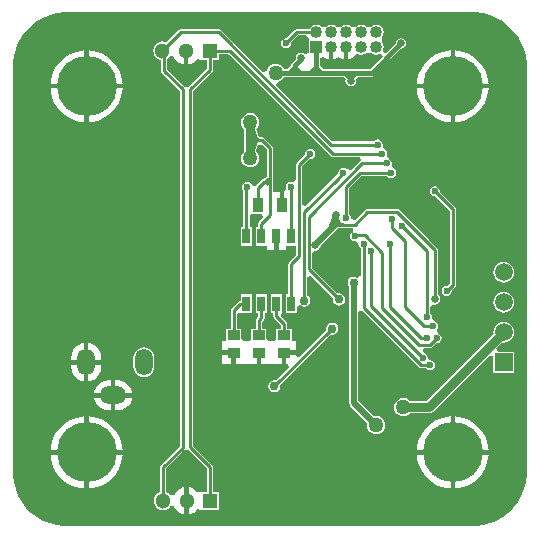
<source format=gbl>
G04*
G04 #@! TF.GenerationSoftware,Altium Limited,Altium Designer,21.1.1 (26)*
G04*
G04 Layer_Physical_Order=2*
G04 Layer_Color=16711680*
%FSLAX25Y25*%
%MOIN*%
G70*
G04*
G04 #@! TF.SameCoordinates,B944FD0A-875C-4FF3-B887-5F38681DF828*
G04*
G04*
G04 #@! TF.FilePolarity,Positive*
G04*
G01*
G75*
%ADD13C,0.02000*%
%ADD23R,0.03765X0.04749*%
%ADD69C,0.04000*%
%ADD70R,0.04000X0.04000*%
%ADD71C,0.01000*%
%ADD72C,0.03000*%
%ADD73C,0.01500*%
%ADD82O,0.05906X0.08858*%
%ADD83O,0.08858X0.05906*%
%ADD84R,0.05118X0.05118*%
%ADD85C,0.05118*%
%ADD86C,0.20000*%
%ADD87C,0.05906*%
%ADD88R,0.05906X0.05906*%
%ADD89C,0.02500*%
%ADD90C,0.02362*%
%ADD91C,0.05000*%
%ADD92C,0.03000*%
%ADD93R,0.02559X0.05158*%
%ADD94R,0.04134X0.03543*%
G36*
X71060Y85320D02*
X73353Y84706D01*
X75547Y83797D01*
X77603Y82610D01*
X79486Y81165D01*
X81165Y79486D01*
X82610Y77603D01*
X83797Y75547D01*
X84706Y73353D01*
X85320Y71060D01*
X85630Y68707D01*
Y67520D01*
Y-67520D01*
Y-68707D01*
X85320Y-71060D01*
X84706Y-73354D01*
X83797Y-75547D01*
X82610Y-77603D01*
X81165Y-79486D01*
X79486Y-81165D01*
X77603Y-82610D01*
X75547Y-83797D01*
X73353Y-84706D01*
X71060Y-85320D01*
X68707Y-85630D01*
X-68707D01*
X-71060Y-85320D01*
X-73354Y-84706D01*
X-75547Y-83797D01*
X-77603Y-82610D01*
X-79486Y-81165D01*
X-81165Y-79486D01*
X-82610Y-77603D01*
X-83797Y-75547D01*
X-84706Y-73354D01*
X-85320Y-71060D01*
X-85630Y-68707D01*
Y-67520D01*
Y67520D01*
Y68707D01*
X-85320Y71060D01*
X-84706Y73353D01*
X-83797Y75547D01*
X-82610Y77603D01*
X-81165Y79486D01*
X-79486Y81165D01*
X-77603Y82610D01*
X-75547Y83797D01*
X-73354Y84706D01*
X-71060Y85320D01*
X-68707Y85630D01*
X68707D01*
X71060Y85320D01*
D02*
G37*
%LPC*%
G36*
X30500Y81549D02*
X29524Y81355D01*
X28698Y80802D01*
X27302D01*
X26476Y81355D01*
X25500Y81549D01*
X24524Y81355D01*
X23698Y80802D01*
X22302Y80802D01*
X21475Y81355D01*
X20500Y81549D01*
X19524Y81355D01*
X18698Y80802D01*
X17302D01*
X16475Y81355D01*
X15500Y81549D01*
X14525Y81355D01*
X13698Y80802D01*
X13174Y80020D01*
X9000D01*
X8610Y79942D01*
X8279Y79721D01*
X5576Y77018D01*
X5500Y77033D01*
X4844Y76903D01*
X4288Y76531D01*
X3916Y75975D01*
X3786Y75319D01*
X3916Y74663D01*
X4288Y74107D01*
X4844Y73735D01*
X5500Y73605D01*
X6156Y73735D01*
X6712Y74107D01*
X7084Y74663D01*
X7214Y75319D01*
X7139Y75697D01*
X9422Y77980D01*
X12193D01*
X13084Y76780D01*
X13000Y76500D01*
X13000D01*
Y72612D01*
X13000Y72231D01*
X11919Y71641D01*
X11878Y71652D01*
X11703Y71703D01*
X11635Y71749D01*
X11124Y72090D01*
X10441Y72226D01*
X9759Y72090D01*
X9180Y71703D01*
X8793Y71124D01*
X8657Y70441D01*
X8699Y70231D01*
X7599Y69131D01*
X7322Y68717D01*
X7226Y68229D01*
Y67991D01*
X6009Y66774D01*
X4719D01*
X4620Y67013D01*
X4140Y67640D01*
X3513Y68120D01*
X2783Y68423D01*
X2000Y68526D01*
X1217Y68423D01*
X487Y68120D01*
X-140Y67640D01*
X-620Y67013D01*
X-923Y66283D01*
X-948Y66088D01*
X-2215Y65657D01*
X-16279Y79721D01*
X-16610Y79942D01*
X-17000Y80020D01*
X-29583D01*
X-29973Y79942D01*
X-30304Y79721D01*
X-34426Y75598D01*
X-34949Y75815D01*
X-35748Y75920D01*
X-36547Y75815D01*
X-37291Y75507D01*
X-37930Y75016D01*
X-38420Y74377D01*
X-38728Y73633D01*
X-38833Y72835D01*
X-38728Y72036D01*
X-38420Y71292D01*
X-37930Y70653D01*
X-37291Y70163D01*
X-36547Y69854D01*
X-36191Y69807D01*
Y66171D01*
X-36113Y65781D01*
X-35892Y65450D01*
X-30020Y59578D01*
X-30020Y-59078D01*
X-36295Y-65353D01*
X-36516Y-65684D01*
X-36594Y-66074D01*
Y-74277D01*
X-37117Y-74493D01*
X-37756Y-74984D01*
X-38246Y-75623D01*
X-38554Y-76367D01*
X-38660Y-77165D01*
X-38554Y-77964D01*
X-38246Y-78708D01*
X-37756Y-79347D01*
X-37117Y-79837D01*
X-36373Y-80146D01*
X-35574Y-80251D01*
X-34776Y-80146D01*
X-34031Y-79837D01*
X-33392Y-79347D01*
X-33157Y-79040D01*
X-32078Y-79058D01*
X-31802Y-79176D01*
X-31682Y-79465D01*
X-30951Y-80417D01*
X-29999Y-81148D01*
X-28890Y-81607D01*
X-28450Y-81665D01*
Y-77165D01*
Y-72666D01*
X-28890Y-72724D01*
X-29999Y-73183D01*
X-30951Y-73914D01*
X-31682Y-74866D01*
X-31802Y-75155D01*
X-32078Y-75272D01*
X-33157Y-75290D01*
X-33392Y-74984D01*
X-34031Y-74493D01*
X-34554Y-74277D01*
Y-66496D01*
X-28419Y-60361D01*
X-27962Y-60221D01*
X-27052Y-60222D01*
X-26965Y-60250D01*
X-20846Y-66370D01*
Y-74106D01*
X-22788D01*
X-22885Y-74106D01*
X-24085Y-74387D01*
X-24448Y-73914D01*
X-25401Y-73183D01*
X-26510Y-72724D01*
X-26950Y-72666D01*
Y-77165D01*
Y-81665D01*
X-26510Y-81607D01*
X-25401Y-81148D01*
X-24448Y-80417D01*
X-24085Y-79943D01*
X-22885Y-80224D01*
X-22788Y-80224D01*
X-16767D01*
Y-74106D01*
X-18806D01*
Y-65947D01*
X-18884Y-65557D01*
X-19105Y-65227D01*
X-25480Y-58851D01*
Y59578D01*
X-19279Y65779D01*
X-19058Y66110D01*
X-18980Y66500D01*
Y69776D01*
X-16941D01*
Y71815D01*
X-13757D01*
X20350Y37708D01*
X20681Y37487D01*
X21071Y37410D01*
X30211D01*
X30389Y36222D01*
X30059Y36000D01*
X27222Y33164D01*
X25789Y33374D01*
X25233Y33746D01*
X24577Y33876D01*
X23922Y33746D01*
X23365Y33374D01*
X22994Y32818D01*
X22863Y32162D01*
X22908Y31935D01*
X21899Y30926D01*
X21899Y30926D01*
X11949Y20976D01*
X10841Y21435D01*
Y34398D01*
X13273Y36831D01*
X13500Y36786D01*
X14156Y36916D01*
X14712Y37288D01*
X15084Y37844D01*
X15214Y38500D01*
X15084Y39156D01*
X14712Y39712D01*
X14156Y40084D01*
X13500Y40214D01*
X12844Y40084D01*
X12288Y39712D01*
X11916Y39156D01*
X11786Y38500D01*
X11831Y38273D01*
X9100Y35542D01*
X8879Y35211D01*
X8801Y34821D01*
Y29761D01*
X7666Y29090D01*
X7601Y29094D01*
X7000Y29214D01*
X6344Y29084D01*
X5788Y28712D01*
X5416Y28156D01*
X5286Y27500D01*
X5410Y26874D01*
X5416Y26843D01*
X4885Y25905D01*
Y21300D01*
X3385D01*
Y25674D01*
X1020D01*
Y29127D01*
X1031Y29144D01*
X1020Y29200D01*
Y29300D01*
X1031Y29356D01*
X1020Y29373D01*
Y40500D01*
X942Y40890D01*
X721Y41221D01*
X-1779Y43721D01*
X-2110Y43942D01*
X-2393Y43998D01*
X-2492Y44041D01*
X-2930Y44047D01*
X-3320Y44065D01*
X-3628Y44096D01*
X-4461Y46594D01*
Y46783D01*
X-4360Y46860D01*
X-3880Y47487D01*
X-3577Y48217D01*
X-3474Y49000D01*
X-3577Y49783D01*
X-3880Y50513D01*
X-4360Y51140D01*
X-4987Y51621D01*
X-5717Y51923D01*
X-6500Y52026D01*
X-7283Y51923D01*
X-8013Y51621D01*
X-8640Y51140D01*
X-9121Y50513D01*
X-9423Y49783D01*
X-9526Y49000D01*
X-9423Y48217D01*
X-9121Y47487D01*
X-8640Y46860D01*
X-8539Y46783D01*
Y43042D01*
X-8540Y43042D01*
X-8539Y43040D01*
Y42960D01*
X-8540Y42959D01*
X-8539Y42958D01*
Y39217D01*
X-8640Y39140D01*
X-9121Y38513D01*
X-9423Y37783D01*
X-9526Y37000D01*
X-9423Y36217D01*
X-9121Y35487D01*
X-8640Y34860D01*
X-8013Y34380D01*
X-7283Y34077D01*
X-6500Y33974D01*
X-5717Y34077D01*
X-4987Y34380D01*
X-4360Y34860D01*
X-3880Y35487D01*
X-3577Y36217D01*
X-3474Y37000D01*
X-3577Y37783D01*
X-3880Y38513D01*
X-4360Y39140D01*
X-4461Y39217D01*
Y39406D01*
X-3827Y41307D01*
X-2495Y41553D01*
X-1020Y40078D01*
Y30996D01*
X-1746Y30270D01*
X-1750D01*
X-2140Y30192D01*
X-2471Y29971D01*
X-4625Y27817D01*
X-4804Y27815D01*
X-5892Y28035D01*
X-5916Y28156D01*
X-6288Y28712D01*
X-6844Y29084D01*
X-7500Y29214D01*
X-8156Y29084D01*
X-8712Y28712D01*
X-9084Y28156D01*
X-9214Y27500D01*
X-9084Y26844D01*
X-8776Y26383D01*
Y14063D01*
X-9535D01*
Y7905D01*
X-5976D01*
Y14063D01*
X-6736D01*
Y17399D01*
X-6318Y18426D01*
X-5536Y18426D01*
X-2713D01*
X-2216Y17226D01*
X-3477Y15965D01*
X-3698Y15634D01*
X-3776Y15244D01*
Y14063D01*
X-4535D01*
Y7905D01*
X-1035D01*
Y6406D01*
X1494D01*
Y10984D01*
X2994D01*
Y6406D01*
X5524D01*
Y7905D01*
X8801D01*
Y4802D01*
X6523Y2524D01*
X6302Y2193D01*
X6225Y1803D01*
Y-8339D01*
X5465D01*
Y-14496D01*
X9024D01*
Y-12554D01*
X9553Y-12241D01*
X10224Y-12053D01*
X10720Y-12384D01*
X11500Y-12539D01*
X12280Y-12384D01*
X12942Y-11942D01*
X13384Y-11280D01*
X13539Y-10500D01*
X13384Y-9720D01*
X12942Y-9058D01*
X12520Y-8776D01*
Y-2556D01*
X13628Y-2097D01*
X21104Y-9573D01*
X21005Y-10071D01*
X21160Y-10851D01*
X21602Y-11513D01*
X22264Y-11955D01*
X23044Y-12110D01*
X23824Y-11955D01*
X24486Y-11513D01*
X24928Y-10851D01*
X25083Y-10071D01*
X24928Y-9290D01*
X24486Y-8629D01*
X23824Y-8187D01*
X23044Y-8032D01*
X22546Y-8131D01*
X14020Y396D01*
Y5384D01*
X15220Y6222D01*
X15250Y6216D01*
X15933Y6352D01*
X16512Y6738D01*
X16898Y7317D01*
X16971Y7683D01*
X22909Y13621D01*
X22912Y13622D01*
X22919Y13627D01*
X22923Y13628D01*
X22975Y13641D01*
X24417Y13736D01*
X24773Y13738D01*
X24825Y13760D01*
X27522D01*
X27612Y13745D01*
X27830Y12656D01*
X27808Y12560D01*
X27660Y12461D01*
X27288Y12212D01*
X26916Y11656D01*
X26786Y11000D01*
X26916Y10344D01*
X27288Y9788D01*
X27844Y9416D01*
X28500Y9286D01*
X28615Y9309D01*
X29590Y8375D01*
X29591Y8373D01*
X29574Y8288D01*
X29704Y7632D01*
X30076Y7076D01*
X30268Y6948D01*
Y-2277D01*
X30225Y-2318D01*
X29068Y-2809D01*
X28780Y-2616D01*
X28000Y-2461D01*
X27220Y-2616D01*
X26558Y-3058D01*
X26116Y-3720D01*
X25961Y-4500D01*
X26116Y-5280D01*
X26471Y-5811D01*
Y-44500D01*
X26587Y-45085D01*
X26919Y-45581D01*
X32574Y-51237D01*
X32474Y-52000D01*
X32577Y-52783D01*
X32879Y-53513D01*
X33360Y-54140D01*
X33987Y-54620D01*
X34717Y-54923D01*
X35500Y-55026D01*
X36283Y-54923D01*
X37013Y-54620D01*
X37640Y-54140D01*
X38120Y-53513D01*
X38423Y-52783D01*
X38526Y-52000D01*
X38423Y-51217D01*
X38120Y-50487D01*
X37640Y-49860D01*
X37013Y-49380D01*
X36283Y-49077D01*
X35500Y-48974D01*
X34737Y-49075D01*
X29529Y-43867D01*
Y-14285D01*
X30076Y-13965D01*
X30729Y-13840D01*
X49610Y-32721D01*
X49941Y-32942D01*
X50331Y-33020D01*
X52159D01*
X52288Y-33212D01*
X52844Y-33584D01*
X53500Y-33714D01*
X54156Y-33584D01*
X54712Y-33212D01*
X55084Y-32656D01*
X55214Y-32000D01*
X55084Y-31344D01*
X54712Y-30788D01*
X54156Y-30416D01*
X53500Y-30286D01*
X52672Y-29542D01*
X52541Y-28886D01*
X52170Y-28330D01*
X51614Y-27959D01*
X51325Y-27901D01*
X50960Y-27401D01*
X51424Y-26357D01*
X51610Y-26201D01*
X53478D01*
X53868Y-26123D01*
X54198Y-25902D01*
X55432Y-24669D01*
X55659Y-24714D01*
X56314Y-24584D01*
X56871Y-24212D01*
X57242Y-23656D01*
X57373Y-23000D01*
X57242Y-22344D01*
X56871Y-21788D01*
X56314Y-21416D01*
X56126Y-21379D01*
X55856Y-20565D01*
X55778Y-20132D01*
X56106Y-19641D01*
X56237Y-18985D01*
X56106Y-18329D01*
X55734Y-17773D01*
X55178Y-17401D01*
X55046Y-17375D01*
X54418Y-16906D01*
X54191Y-16113D01*
X54214Y-16000D01*
X54084Y-15344D01*
X53712Y-14788D01*
X53520Y-14659D01*
Y-12559D01*
X53723Y-12327D01*
X54720Y-11728D01*
X55000Y-11784D01*
X55683Y-11648D01*
X56262Y-11262D01*
X56648Y-10683D01*
X56784Y-10000D01*
X56648Y-9317D01*
X56262Y-8738D01*
X56020Y-8577D01*
Y6500D01*
X55942Y6890D01*
X55721Y7221D01*
X53391Y9551D01*
X53221Y9805D01*
X43306Y19721D01*
X42975Y19942D01*
X42584Y20020D01*
X32500D01*
X32110Y19942D01*
X31779Y19721D01*
X28506Y16448D01*
X27321Y16799D01*
X27214Y16999D01*
X27214Y17000D01*
X27084Y17656D01*
X26712Y18212D01*
X26520Y18341D01*
Y27078D01*
X30422Y30980D01*
X39246D01*
X39288Y30918D01*
X39844Y30546D01*
X40500Y30416D01*
X41156Y30546D01*
X41712Y30918D01*
X42084Y31474D01*
X42214Y32130D01*
X42084Y32786D01*
X41712Y33342D01*
X41156Y33713D01*
X40601Y34596D01*
X40648Y34945D01*
X40714Y35280D01*
X40584Y35936D01*
X40212Y36492D01*
X39762Y36792D01*
X39332Y37414D01*
X39110Y37792D01*
X39160Y38156D01*
X39214Y38429D01*
X39084Y39085D01*
X38712Y39641D01*
X38156Y40013D01*
X37601Y40896D01*
X37648Y41244D01*
X37714Y41579D01*
X37584Y42235D01*
X37212Y42791D01*
X36656Y43162D01*
X36000Y43293D01*
X35344Y43162D01*
X34788Y42791D01*
X34659Y42598D01*
X20844D01*
X2157Y61285D01*
X2588Y62551D01*
X2783Y62577D01*
X3513Y62880D01*
X4140Y63360D01*
X4620Y63987D01*
X4719Y64226D01*
X8385D01*
X8394Y64219D01*
X8425Y64226D01*
X8575D01*
X8606Y64219D01*
X8615Y64226D01*
X13960D01*
X14000Y64209D01*
X17000D01*
X17040Y64226D01*
X24509D01*
X25343Y63391D01*
X25216Y62750D01*
X25352Y62067D01*
X25738Y61488D01*
X26317Y61102D01*
X27000Y60966D01*
X27683Y61102D01*
X28262Y61488D01*
X28648Y62067D01*
X28784Y62750D01*
X28657Y63391D01*
X29491Y64226D01*
X34000D01*
X34488Y64323D01*
X34901Y64599D01*
X43791Y73489D01*
X44451Y73620D01*
X45030Y74007D01*
X45417Y74586D01*
X45553Y75269D01*
X45417Y75951D01*
X45030Y76530D01*
X44451Y76917D01*
X43769Y77053D01*
X43086Y76917D01*
X42507Y76530D01*
X42120Y75951D01*
X41989Y75291D01*
X38606Y71908D01*
X38542Y71893D01*
X37655Y72725D01*
X37855Y73025D01*
X38049Y74000D01*
X37855Y74976D01*
X37302Y75802D01*
X37302Y77198D01*
X37855Y78025D01*
X38049Y79000D01*
X37855Y79975D01*
X37302Y80802D01*
X36476Y81355D01*
X35500Y81549D01*
X34525Y81355D01*
X33698Y80802D01*
X32302Y80802D01*
X31475Y81355D01*
X30500Y81549D01*
D02*
G37*
G36*
X-60274Y73002D02*
Y61774D01*
X-49046D01*
X-49135Y62907D01*
X-49576Y64743D01*
X-50299Y66488D01*
X-51285Y68099D01*
X-52512Y69535D01*
X-53948Y70762D01*
X-55559Y71749D01*
X-57304Y72472D01*
X-59141Y72913D01*
X-60274Y73002D01*
D02*
G37*
G36*
X61774D02*
Y61774D01*
X73002D01*
X72913Y62907D01*
X72472Y64743D01*
X71749Y66488D01*
X70762Y68099D01*
X69535Y69535D01*
X68099Y70762D01*
X66488Y71749D01*
X64743Y72472D01*
X62907Y72913D01*
X61774Y73002D01*
D02*
G37*
G36*
X-61774D02*
X-62907Y72913D01*
X-64743Y72472D01*
X-66488Y71749D01*
X-68099Y70762D01*
X-69535Y69535D01*
X-70762Y68099D01*
X-71749Y66488D01*
X-72472Y64743D01*
X-72913Y62907D01*
X-73002Y61774D01*
X-61774D01*
Y73002D01*
D02*
G37*
G36*
X60274D02*
X59141Y72913D01*
X57304Y72472D01*
X55559Y71749D01*
X53948Y70762D01*
X52512Y69535D01*
X51285Y68099D01*
X50299Y66488D01*
X49576Y64743D01*
X49135Y62907D01*
X49046Y61774D01*
X60274D01*
Y73002D01*
D02*
G37*
G36*
X73002Y60274D02*
X61774D01*
Y49046D01*
X62907Y49135D01*
X64743Y49576D01*
X66488Y50299D01*
X68099Y51285D01*
X69535Y52512D01*
X70762Y53948D01*
X71749Y55559D01*
X72472Y57304D01*
X72913Y59141D01*
X73002Y60274D01*
D02*
G37*
G36*
X-49046D02*
X-60274D01*
Y49046D01*
X-59141Y49135D01*
X-57304Y49576D01*
X-55559Y50299D01*
X-53948Y51285D01*
X-52512Y52512D01*
X-51285Y53948D01*
X-50299Y55559D01*
X-49576Y57304D01*
X-49135Y59141D01*
X-49046Y60274D01*
D02*
G37*
G36*
X-61774D02*
X-73002D01*
X-72913Y59141D01*
X-72472Y57304D01*
X-71749Y55559D01*
X-70762Y53948D01*
X-69535Y52512D01*
X-68099Y51285D01*
X-66488Y50299D01*
X-64743Y49576D01*
X-62907Y49135D01*
X-61774Y49046D01*
Y60274D01*
D02*
G37*
G36*
X60274D02*
X49046D01*
X49135Y59141D01*
X49576Y57304D01*
X50299Y55559D01*
X51285Y53948D01*
X52512Y52512D01*
X53948Y51285D01*
X55559Y50299D01*
X57304Y49576D01*
X59141Y49135D01*
X60274Y49046D01*
Y60274D01*
D02*
G37*
G36*
X78000Y2482D02*
X77099Y2364D01*
X76259Y2016D01*
X75538Y1462D01*
X74984Y741D01*
X74636Y-99D01*
X74518Y-1000D01*
X74636Y-1901D01*
X74984Y-2741D01*
X75538Y-3463D01*
X76259Y-4016D01*
X77099Y-4364D01*
X78000Y-4482D01*
X78901Y-4364D01*
X79741Y-4016D01*
X80462Y-3463D01*
X81016Y-2741D01*
X81364Y-1901D01*
X81482Y-1000D01*
X81364Y-99D01*
X81016Y741D01*
X80462Y1462D01*
X79741Y2016D01*
X78901Y2364D01*
X78000Y2482D01*
D02*
G37*
G36*
X55000Y27714D02*
X54344Y27584D01*
X53788Y27212D01*
X53416Y26656D01*
X53286Y26000D01*
X53416Y25344D01*
X53788Y24788D01*
X54344Y24416D01*
X55000Y24286D01*
X55227Y24331D01*
X59980Y19578D01*
Y-4682D01*
X59080Y-5483D01*
X59000Y-5467D01*
X58344Y-5598D01*
X57788Y-5969D01*
X57416Y-6525D01*
X57286Y-7181D01*
X57416Y-7837D01*
X57788Y-8393D01*
X58344Y-8765D01*
X59000Y-8895D01*
X59656Y-8765D01*
X60212Y-8393D01*
X60584Y-7837D01*
X60714Y-7181D01*
X60669Y-6954D01*
X61721Y-5902D01*
X61942Y-5571D01*
X62020Y-5181D01*
Y20000D01*
X61942Y20390D01*
X61721Y20721D01*
X56669Y25773D01*
X56714Y26000D01*
X56584Y26656D01*
X56212Y27212D01*
X55656Y27584D01*
X55000Y27714D01*
D02*
G37*
G36*
X78000Y-7518D02*
X77099Y-7636D01*
X76259Y-7984D01*
X75538Y-8538D01*
X74984Y-9259D01*
X74636Y-10099D01*
X74518Y-11000D01*
X74636Y-11901D01*
X74984Y-12741D01*
X75538Y-13463D01*
X76259Y-14016D01*
X77099Y-14364D01*
X78000Y-14482D01*
X78901Y-14364D01*
X79741Y-14016D01*
X80462Y-13463D01*
X81016Y-12741D01*
X81364Y-11901D01*
X81482Y-11000D01*
X81364Y-10099D01*
X81016Y-9259D01*
X80462Y-8538D01*
X79741Y-7984D01*
X78901Y-7636D01*
X78000Y-7518D01*
D02*
G37*
G36*
X20871Y-17761D02*
X20090Y-17916D01*
X19429Y-18358D01*
X18987Y-19020D01*
X18831Y-19800D01*
X18916Y-20227D01*
X9876Y-29268D01*
X8767Y-28809D01*
Y-28504D01*
X5450D01*
Y-31526D01*
X6050D01*
X6509Y-32635D01*
X2069Y-37074D01*
X1500Y-36961D01*
X720Y-37116D01*
X58Y-37558D01*
X-384Y-38220D01*
X-539Y-39000D01*
X-384Y-39780D01*
X58Y-40442D01*
X720Y-40884D01*
X1500Y-41039D01*
X2280Y-40884D01*
X2942Y-40442D01*
X3384Y-39780D01*
X3539Y-39000D01*
X3454Y-38573D01*
X20301Y-21726D01*
X20871Y-21839D01*
X21651Y-21684D01*
X22312Y-21242D01*
X22755Y-20580D01*
X22910Y-19800D01*
X22755Y-19020D01*
X22312Y-18358D01*
X21651Y-17916D01*
X20871Y-17761D01*
D02*
G37*
G36*
X4024Y-8339D02*
X465D01*
Y-14496D01*
X1225D01*
Y-15644D01*
X1302Y-16034D01*
X1523Y-16365D01*
X3680Y-18522D01*
Y-19774D01*
X2133D01*
Y-23134D01*
X1285Y-23983D01*
X-234Y-23983D01*
X-1083Y-23134D01*
Y-19774D01*
X-2630D01*
Y-17472D01*
X-2035Y-16877D01*
X-1814Y-16546D01*
X-1736Y-16156D01*
Y-14496D01*
X-976D01*
Y-8339D01*
X-4535D01*
Y-14496D01*
X-3776D01*
Y-15734D01*
X-4371Y-16329D01*
X-4592Y-16660D01*
X-4670Y-17050D01*
Y-19774D01*
X-6217D01*
Y-23134D01*
X-7066Y-23983D01*
X-8585Y-23983D01*
X-9433Y-23134D01*
Y-19774D01*
X-10980D01*
Y-14875D01*
X-10666Y-14664D01*
X-9535Y-14496D01*
Y-14496D01*
X-5976D01*
Y-8339D01*
X-9535D01*
Y-10480D01*
X-10000D01*
X-10390Y-10558D01*
X-10721Y-10779D01*
X-12721Y-12779D01*
X-12942Y-13110D01*
X-13020Y-13500D01*
Y-19774D01*
X-14567D01*
Y-23983D01*
X-16067D01*
Y-27004D01*
X-12000D01*
Y-27754D01*
X-11250D01*
Y-31526D01*
X-8917D01*
X-7933Y-31526D01*
X-6733Y-31526D01*
X-4400D01*
Y-27754D01*
X-2900D01*
Y-31526D01*
X-567D01*
X417Y-31526D01*
X1617Y-31526D01*
X3950D01*
Y-27754D01*
X4700D01*
Y-27004D01*
X8767D01*
Y-23983D01*
X7267D01*
Y-19774D01*
X5720D01*
Y-18100D01*
X5642Y-17710D01*
X5421Y-17379D01*
X3738Y-15696D01*
X4024Y-14496D01*
X4024D01*
Y-8339D01*
D02*
G37*
G36*
X78000Y-17517D02*
X77099Y-17636D01*
X76259Y-17984D01*
X75538Y-18538D01*
X74984Y-19259D01*
X74636Y-20099D01*
X74518Y-21000D01*
X74587Y-21529D01*
X52155Y-43961D01*
X46717D01*
X46640Y-43860D01*
X46013Y-43380D01*
X45283Y-43077D01*
X44500Y-42974D01*
X43717Y-43077D01*
X42987Y-43380D01*
X42360Y-43860D01*
X41879Y-44487D01*
X41577Y-45217D01*
X41474Y-46000D01*
X41577Y-46783D01*
X41879Y-47513D01*
X42360Y-48140D01*
X42987Y-48621D01*
X43717Y-48923D01*
X44500Y-49026D01*
X45283Y-48923D01*
X46013Y-48621D01*
X46640Y-48140D01*
X46717Y-48039D01*
X53000D01*
X53780Y-47884D01*
X54442Y-47442D01*
X73347Y-28537D01*
X74547Y-29034D01*
Y-34453D01*
X81453D01*
Y-27547D01*
X76034D01*
X75537Y-26347D01*
X77471Y-24413D01*
X78000Y-24483D01*
X78901Y-24364D01*
X79741Y-24016D01*
X80462Y-23462D01*
X81016Y-22741D01*
X81364Y-21901D01*
X81482Y-21000D01*
X81364Y-20099D01*
X81016Y-19259D01*
X80462Y-18538D01*
X79741Y-17984D01*
X78901Y-17636D01*
X78000Y-17517D01*
D02*
G37*
G36*
X-60478Y-24627D02*
Y-30250D01*
X-56233D01*
Y-29524D01*
X-56403Y-28231D01*
X-56902Y-27026D01*
X-57696Y-25991D01*
X-58731Y-25197D01*
X-59935Y-24698D01*
X-60478Y-24627D01*
D02*
G37*
G36*
X-61978D02*
X-62521Y-24698D01*
X-63726Y-25197D01*
X-64761Y-25991D01*
X-65555Y-27026D01*
X-66054Y-28231D01*
X-66224Y-29524D01*
Y-30250D01*
X-61978D01*
Y-24627D01*
D02*
G37*
G36*
X-12750Y-28504D02*
X-16067D01*
Y-31526D01*
X-12750D01*
Y-28504D01*
D02*
G37*
G36*
X-41937Y-26041D02*
X-42838Y-26160D01*
X-43678Y-26508D01*
X-44399Y-27061D01*
X-44953Y-27782D01*
X-45301Y-28622D01*
X-45419Y-29524D01*
Y-32476D01*
X-45301Y-33378D01*
X-44953Y-34218D01*
X-44399Y-34939D01*
X-43678Y-35492D01*
X-42838Y-35840D01*
X-41937Y-35959D01*
X-41036Y-35840D01*
X-40196Y-35492D01*
X-39474Y-34939D01*
X-38921Y-34218D01*
X-38573Y-33378D01*
X-38454Y-32476D01*
Y-29524D01*
X-38573Y-28622D01*
X-38921Y-27782D01*
X-39474Y-27061D01*
X-40196Y-26508D01*
X-41036Y-26160D01*
X-41937Y-26041D01*
D02*
G37*
G36*
X-56233Y-31750D02*
X-60478D01*
Y-37373D01*
X-59935Y-37302D01*
X-58731Y-36803D01*
X-57696Y-36009D01*
X-56902Y-34974D01*
X-56403Y-33769D01*
X-56233Y-32476D01*
Y-31750D01*
D02*
G37*
G36*
X-61978D02*
X-66224D01*
Y-32476D01*
X-66054Y-33769D01*
X-65555Y-34974D01*
X-64761Y-36009D01*
X-63726Y-36803D01*
X-62521Y-37302D01*
X-61978Y-37373D01*
Y-31750D01*
D02*
G37*
G36*
X-50697Y-37028D02*
X-51423D01*
Y-41274D01*
X-45800D01*
X-45872Y-40731D01*
X-46371Y-39526D01*
X-47164Y-38491D01*
X-48199Y-37697D01*
X-49404Y-37198D01*
X-50697Y-37028D01*
D02*
G37*
G36*
X-52923D02*
X-53650D01*
X-54943Y-37198D01*
X-56147Y-37697D01*
X-57182Y-38491D01*
X-57976Y-39526D01*
X-58475Y-40731D01*
X-58546Y-41274D01*
X-52923D01*
Y-37028D01*
D02*
G37*
G36*
X-45800Y-42774D02*
X-51423D01*
Y-47019D01*
X-50697D01*
X-49404Y-46849D01*
X-48199Y-46350D01*
X-47164Y-45556D01*
X-46371Y-44521D01*
X-45872Y-43317D01*
X-45800Y-42774D01*
D02*
G37*
G36*
X-52923D02*
X-58546D01*
X-58475Y-43317D01*
X-57976Y-44521D01*
X-57182Y-45556D01*
X-56147Y-46350D01*
X-54943Y-46849D01*
X-53650Y-47019D01*
X-52923D01*
Y-42774D01*
D02*
G37*
G36*
X61774Y-49046D02*
Y-60274D01*
X73002D01*
X72913Y-59141D01*
X72472Y-57304D01*
X71749Y-55559D01*
X70762Y-53948D01*
X69535Y-52512D01*
X68099Y-51285D01*
X66488Y-50299D01*
X64743Y-49576D01*
X62907Y-49135D01*
X61774Y-49046D01*
D02*
G37*
G36*
X60274D02*
X59141Y-49135D01*
X57304Y-49576D01*
X55559Y-50299D01*
X53948Y-51285D01*
X52512Y-52512D01*
X51285Y-53948D01*
X50299Y-55559D01*
X49576Y-57304D01*
X49135Y-59141D01*
X49046Y-60274D01*
X60274D01*
Y-49046D01*
D02*
G37*
G36*
X-60274D02*
Y-60274D01*
X-49046D01*
X-49135Y-59141D01*
X-49576Y-57304D01*
X-50299Y-55559D01*
X-51285Y-53948D01*
X-52512Y-52512D01*
X-53948Y-51285D01*
X-55559Y-50299D01*
X-57304Y-49576D01*
X-59141Y-49135D01*
X-60274Y-49046D01*
D02*
G37*
G36*
X-61774D02*
X-62907Y-49135D01*
X-64743Y-49576D01*
X-66488Y-50299D01*
X-68099Y-51285D01*
X-69535Y-52512D01*
X-70762Y-53948D01*
X-71749Y-55559D01*
X-72472Y-57304D01*
X-72913Y-59141D01*
X-73002Y-60274D01*
X-61774D01*
Y-49046D01*
D02*
G37*
G36*
X73002Y-61774D02*
X61774D01*
Y-73002D01*
X62907Y-72913D01*
X64743Y-72472D01*
X66488Y-71749D01*
X68099Y-70762D01*
X69535Y-69535D01*
X70762Y-68099D01*
X71749Y-66488D01*
X72472Y-64743D01*
X72913Y-62907D01*
X73002Y-61774D01*
D02*
G37*
G36*
X60274D02*
X49046D01*
X49135Y-62907D01*
X49576Y-64743D01*
X50299Y-66488D01*
X51285Y-68099D01*
X52512Y-69535D01*
X53948Y-70762D01*
X55559Y-71749D01*
X57304Y-72472D01*
X59141Y-72913D01*
X60274Y-73002D01*
Y-61774D01*
D02*
G37*
G36*
X-49046D02*
X-60274D01*
Y-73002D01*
X-59141Y-72913D01*
X-57304Y-72472D01*
X-55559Y-71749D01*
X-53948Y-70762D01*
X-52512Y-69535D01*
X-51285Y-68099D01*
X-50299Y-66488D01*
X-49576Y-64743D01*
X-49135Y-62907D01*
X-49046Y-61774D01*
D02*
G37*
G36*
X-61774D02*
X-73002D01*
X-72913Y-62907D01*
X-72472Y-64743D01*
X-71749Y-66488D01*
X-70762Y-68099D01*
X-69535Y-69535D01*
X-68099Y-70762D01*
X-66488Y-71749D01*
X-64743Y-72472D01*
X-62907Y-72913D01*
X-61774Y-73002D01*
Y-61774D01*
D02*
G37*
%LPD*%
G36*
X21250Y70064D02*
X21544Y70103D01*
X22517Y70506D01*
X23000Y70876D01*
X23483Y70506D01*
X24456Y70103D01*
X24750Y70064D01*
Y74000D01*
X26250D01*
Y70064D01*
X26544Y70103D01*
X27517Y70506D01*
X28353Y71147D01*
X28994Y71983D01*
X29011Y71988D01*
X29525Y71645D01*
X30500Y71451D01*
X31475Y71645D01*
X32302Y72198D01*
X33698Y72198D01*
X34525Y71645D01*
X35500Y71451D01*
X36476Y71645D01*
X36775Y71845D01*
X37607Y70958D01*
X37592Y70894D01*
X33472Y66774D01*
X27115D01*
X27106Y66781D01*
X27075Y66774D01*
X26925D01*
X26894Y66781D01*
X26885Y66774D01*
X17991D01*
X16774Y67991D01*
Y70371D01*
X16913Y70494D01*
X17975Y70896D01*
X18483Y70506D01*
X19456Y70103D01*
X19750Y70064D01*
Y74000D01*
X21250D01*
Y70064D01*
D02*
G37*
G36*
X-27124Y68335D02*
X-26684Y68393D01*
X-25575Y68852D01*
X-24622Y69583D01*
X-24259Y70057D01*
X-23059Y69776D01*
Y69776D01*
X-21020D01*
Y66922D01*
X-27031Y60911D01*
X-27750Y60801D01*
X-28469Y60911D01*
X-34152Y66593D01*
Y70107D01*
X-33648Y70590D01*
X-33566Y70653D01*
X-33520Y70713D01*
X-33264Y70959D01*
X-32252Y70942D01*
X-31976Y70824D01*
X-31856Y70535D01*
X-31126Y69583D01*
X-30173Y68852D01*
X-29064Y68393D01*
X-28624Y68335D01*
Y72835D01*
X-27124D01*
Y68335D01*
D02*
G37*
G36*
X16250Y67750D02*
X17750Y66250D01*
X17750Y66250D01*
X17000Y64750D01*
X15500D01*
X15500Y64750D01*
X15500Y64750D01*
X14000D01*
X13250Y66250D01*
X14750Y67750D01*
X16250D01*
X16250Y67750D01*
D02*
G37*
G36*
X10750Y66250D02*
X8500Y64750D01*
X6250Y66250D01*
X7750Y67750D01*
X9250D01*
X10750Y66250D01*
D02*
G37*
G36*
X29250Y64750D02*
X27750Y63250D01*
X26250D01*
X24750Y64750D01*
X27000Y66250D01*
X29250Y64750D01*
D02*
G37*
G36*
X-4031Y43593D02*
X-3359Y43525D01*
X-2946Y43506D01*
X-2500Y43500D01*
Y42500D01*
X-2946Y42494D01*
X-4031Y42406D01*
X-5000Y39500D01*
X-8000Y43000D01*
X-5000Y46500D01*
X-4031Y43593D01*
D02*
G37*
G36*
X500Y29250D02*
X-500Y27750D01*
X-1500Y28750D01*
Y29750D01*
X-500Y30750D01*
X500Y29250D01*
D02*
G37*
G36*
X23895Y15299D02*
X24397Y15281D01*
X24770Y15279D01*
Y14279D01*
X24397Y14277D01*
X22893Y14178D01*
X22764Y14146D01*
X22670Y14111D01*
X22611Y14072D01*
Y14632D01*
X21905Y14279D01*
X22611Y14072D01*
X19490Y13779D01*
X20904Y17194D01*
X22904Y17279D01*
X23895Y15299D01*
D02*
G37*
D13*
X15250Y8125D02*
X21904Y14779D01*
X15250Y8000D02*
Y8125D01*
X21904Y17904D02*
X22000Y18000D01*
X21904Y14779D02*
Y17904D01*
X28000Y-44500D02*
X35500Y-52000D01*
X28000Y-44500D02*
Y-4500D01*
D23*
X4135Y21300D02*
D03*
X-3935D02*
D03*
D69*
X35500Y79000D02*
D03*
X30500Y79000D02*
D03*
X25500D02*
D03*
X20500Y79000D02*
D03*
X15500D02*
D03*
X35500Y74000D02*
D03*
X30500Y74000D02*
D03*
X25500Y74000D02*
D03*
X20500D02*
D03*
D70*
X15500Y74000D02*
D03*
D71*
X11500Y-10500D02*
Y19084D01*
X22620Y30205D01*
X-35574Y-77165D02*
Y-66074D01*
X-29000Y-59500D02*
X-29000Y60000D01*
X-35574Y-66074D02*
X-29000Y-59500D01*
X-19826Y-77165D02*
Y-65947D01*
X-26500Y-59273D02*
Y60000D01*
Y-59273D02*
X-19826Y-65947D01*
X32500Y19000D02*
X42584D01*
X21904Y14779D02*
X28279D01*
X32500Y19000D01*
X42584D02*
X52500Y9085D01*
Y9000D02*
Y9085D01*
X55000Y-10000D02*
Y6500D01*
X52500Y9000D02*
X55000Y6500D01*
X31739Y11261D02*
X37500Y5500D01*
X28500Y11000D02*
X28761Y11261D01*
X31288Y-12957D02*
Y8288D01*
X28761Y11261D02*
X31739D01*
X37500Y-13000D02*
Y5500D01*
X40660Y13840D02*
X45000Y9500D01*
X33708Y-12292D02*
Y6208D01*
X37500Y-13000D02*
X49681Y-25181D01*
X45000Y-12585D02*
X51400Y-18985D01*
X40000Y-12500D02*
Y8288D01*
X45000Y-12585D02*
Y9500D01*
X40000Y-12500D02*
X50500Y-23000D01*
X52416D01*
X31288Y-12957D02*
X50331Y-32000D01*
X52500Y-16000D02*
Y6000D01*
X51400Y-18985D02*
X54523D01*
X44000Y14500D02*
X52500Y6000D01*
X40660Y13840D02*
Y16698D01*
X61000Y-5181D02*
Y20000D01*
X55000Y26000D02*
X61000Y20000D01*
X59000Y-7181D02*
X61000Y-5181D01*
X33708Y-12292D02*
X50958Y-29542D01*
X25500Y17000D02*
Y27500D01*
X9821Y4380D02*
Y34821D01*
X7244Y1803D02*
X9821Y4380D01*
X13000Y17500D02*
X30779Y35280D01*
X13000Y-27D02*
X23044Y-10071D01*
X13000Y-27D02*
Y17500D01*
X9821Y34821D02*
X13500Y38500D01*
X25500Y27500D02*
X30000Y32000D01*
X5500Y75500D02*
X9000Y79000D01*
X5500Y75319D02*
Y75500D01*
X-26500Y60000D02*
X-20000Y66500D01*
X0Y29250D02*
Y40500D01*
Y18000D02*
Y29250D01*
X-3935Y27065D02*
X-1750Y29250D01*
X0D01*
X-3935Y21300D02*
Y27065D01*
X-2756Y10984D02*
Y15244D01*
X0Y18000D01*
X-2500Y43000D02*
X0Y40500D01*
X-6500Y43000D02*
X-2500D01*
X-7756Y27244D02*
X-7500Y27500D01*
X-7756Y10984D02*
Y27244D01*
X-7839Y-11500D02*
X-7756Y-11417D01*
X-10000Y-11500D02*
X-7839D01*
X-12000Y-13500D02*
X-10000Y-11500D01*
X-12000Y-22046D02*
Y-13500D01*
X9000Y79000D02*
X15500D01*
X20421Y41579D02*
X36000D01*
X-17000Y79000D02*
X20421Y41579D01*
X-29583Y79000D02*
X-17000D01*
X21071Y38429D02*
X37500D01*
X-13335Y72835D02*
X21071Y38429D01*
X-20000Y72835D02*
X-13335D01*
X-35171Y66171D02*
X-29000Y60000D01*
X-35171Y66171D02*
Y72258D01*
X-20000Y66500D02*
Y72835D01*
X-35748D02*
X-35171Y72258D01*
X1585Y-39000D02*
X20785Y-19800D01*
X1500Y-39000D02*
X1585D01*
X20785Y-19800D02*
X20871D01*
X30000Y32000D02*
X40500D01*
X22620Y30205D02*
Y30205D01*
X24577Y32162D01*
X53478Y-25181D02*
X55659Y-23000D01*
X49681Y-25181D02*
X53478D01*
X30779Y35280D02*
X39000D01*
X50331Y-32000D02*
X53500D01*
X7000Y27500D02*
X7122Y27378D01*
Y11106D02*
Y27378D01*
Y11106D02*
X7244Y10984D01*
Y-11417D02*
Y1803D01*
X-35748Y72835D02*
X-29583Y79000D01*
X-3650Y-22046D02*
Y-17050D01*
X-2756Y-16156D02*
Y-11417D01*
X-3650Y-17050D02*
X-2756Y-16156D01*
X4700Y-22046D02*
Y-18100D01*
X2244Y-15644D02*
Y-11417D01*
Y-15644D02*
X4700Y-18100D01*
D72*
X44500Y-46000D02*
X53000D01*
X78000Y-21000D01*
X-6500Y43000D02*
Y49000D01*
Y37000D02*
Y43000D01*
D73*
X15500Y65500D02*
X27000D01*
X34000D02*
X43769Y75269D01*
X27000Y65500D02*
X34000D01*
X15500Y65500D02*
Y74000D01*
X27000Y62750D02*
Y65500D01*
X15500Y65500D02*
X15500Y65500D01*
X8500D02*
X15500D01*
X8500Y68229D02*
X10441Y70171D01*
X2000Y65500D02*
X8500D01*
Y68229D01*
X10441Y70171D02*
Y70441D01*
D82*
X-41937Y-31000D02*
D03*
X-61228D02*
D03*
D83*
X-52173Y-42024D02*
D03*
D84*
X-19826Y-77165D02*
D03*
X-20000Y72835D02*
D03*
D85*
X-27700Y-77165D02*
D03*
X-35574D02*
D03*
X-35748Y72835D02*
D03*
X-27874Y72835D02*
D03*
D86*
X-61024Y-61024D02*
D03*
X61024D02*
D03*
X-61024Y61024D02*
D03*
X61024D02*
D03*
D87*
X78000Y-1000D02*
D03*
Y-11000D02*
D03*
Y-21000D02*
D03*
D88*
Y-31000D02*
D03*
D89*
X-59378Y16122D02*
D03*
X-73378D02*
D03*
X9622Y-42378D02*
D03*
X2122Y-49378D02*
D03*
X9622D02*
D03*
X2122Y-56378D02*
D03*
X9622D02*
D03*
X16122D02*
D03*
X23622D02*
D03*
X37500Y26000D02*
D03*
X30000D02*
D03*
X16122Y-73878D02*
D03*
X1122D02*
D03*
X-13878Y16122D02*
D03*
X3500Y31500D02*
D03*
Y39000D02*
D03*
X-500Y47500D02*
D03*
Y55000D02*
D03*
X27000Y62750D02*
D03*
X22000Y18000D02*
D03*
X81854Y66598D02*
D03*
X74354Y74098D02*
D03*
X66854Y81598D02*
D03*
X48500Y52500D02*
D03*
X22500Y-4500D02*
D03*
X22000Y9500D02*
D03*
X76122Y31122D02*
D03*
Y23622D02*
D03*
Y-43878D02*
D03*
Y-51378D02*
D03*
Y-58878D02*
D03*
Y-66378D02*
D03*
X68622Y38622D02*
D03*
Y31122D02*
D03*
Y23622D02*
D03*
Y16122D02*
D03*
Y-21378D02*
D03*
Y-73878D02*
D03*
X61122Y31122D02*
D03*
Y23622D02*
D03*
Y-21378D02*
D03*
Y-28878D02*
D03*
Y-81378D02*
D03*
X53622Y38622D02*
D03*
Y31122D02*
D03*
Y16122D02*
D03*
Y-73878D02*
D03*
Y-81378D02*
D03*
X46122Y68622D02*
D03*
Y61122D02*
D03*
Y-51378D02*
D03*
Y-58878D02*
D03*
Y-66378D02*
D03*
Y-73878D02*
D03*
Y-81378D02*
D03*
X38622Y76122D02*
D03*
Y61122D02*
D03*
Y46122D02*
D03*
Y-58878D02*
D03*
Y-66378D02*
D03*
Y-73878D02*
D03*
Y-81378D02*
D03*
X31122Y46122D02*
D03*
Y-73878D02*
D03*
Y-81378D02*
D03*
X23622Y46122D02*
D03*
Y-73878D02*
D03*
Y-81378D02*
D03*
X16122D02*
D03*
X8622Y-73878D02*
D03*
Y-81378D02*
D03*
X1122Y76122D02*
D03*
Y1122D02*
D03*
Y-6378D02*
D03*
Y-81378D02*
D03*
X-6378Y76122D02*
D03*
Y1122D02*
D03*
Y-6378D02*
D03*
Y-36378D02*
D03*
Y-66378D02*
D03*
Y-73878D02*
D03*
Y-81378D02*
D03*
X-13878Y68622D02*
D03*
Y38622D02*
D03*
Y-36378D02*
D03*
Y-66378D02*
D03*
Y-73878D02*
D03*
Y-81378D02*
D03*
X-21378Y38622D02*
D03*
Y16122D02*
D03*
Y-6378D02*
D03*
Y-21378D02*
D03*
Y-28878D02*
D03*
Y-36378D02*
D03*
Y-43878D02*
D03*
X-28878Y-66378D02*
D03*
X-36378Y53622D02*
D03*
Y46122D02*
D03*
Y31122D02*
D03*
Y23622D02*
D03*
Y-6378D02*
D03*
Y-21378D02*
D03*
Y-36378D02*
D03*
Y-43878D02*
D03*
Y-51378D02*
D03*
Y-58878D02*
D03*
X-43878Y76122D02*
D03*
Y68622D02*
D03*
Y61122D02*
D03*
Y53622D02*
D03*
Y46122D02*
D03*
Y38622D02*
D03*
Y23622D02*
D03*
Y16122D02*
D03*
Y8622D02*
D03*
Y-21378D02*
D03*
Y-43878D02*
D03*
Y-51378D02*
D03*
Y-58878D02*
D03*
Y-66378D02*
D03*
Y-73878D02*
D03*
Y-81378D02*
D03*
X-51378Y76122D02*
D03*
Y23622D02*
D03*
Y16122D02*
D03*
Y-13878D02*
D03*
Y-21378D02*
D03*
Y-73878D02*
D03*
Y-81378D02*
D03*
X-58878Y76122D02*
D03*
Y23622D02*
D03*
Y-13878D02*
D03*
Y-81378D02*
D03*
X-66378Y76122D02*
D03*
Y46122D02*
D03*
Y38622D02*
D03*
Y23622D02*
D03*
Y16122D02*
D03*
Y-21378D02*
D03*
Y-36378D02*
D03*
Y-43878D02*
D03*
Y-81378D02*
D03*
X-73878Y76122D02*
D03*
Y68622D02*
D03*
Y53622D02*
D03*
Y31122D02*
D03*
Y23622D02*
D03*
Y-21378D02*
D03*
Y-28878D02*
D03*
Y-36378D02*
D03*
Y-43878D02*
D03*
Y-51378D02*
D03*
Y-73878D02*
D03*
X-81378Y68622D02*
D03*
Y61122D02*
D03*
Y53622D02*
D03*
Y46122D02*
D03*
Y38622D02*
D03*
Y31122D02*
D03*
Y23622D02*
D03*
Y16122D02*
D03*
Y8622D02*
D03*
Y1122D02*
D03*
Y-6378D02*
D03*
Y-13878D02*
D03*
Y-21378D02*
D03*
Y-28878D02*
D03*
Y-36378D02*
D03*
Y-43878D02*
D03*
Y-51378D02*
D03*
Y-58878D02*
D03*
Y-66378D02*
D03*
X15250Y8000D02*
D03*
X55000Y-10000D02*
D03*
X43769Y75269D02*
D03*
X40500Y-25500D02*
D03*
X37500D02*
D03*
Y-22500D02*
D03*
X34500Y-19500D02*
D03*
Y-22500D02*
D03*
Y-25500D02*
D03*
X31500D02*
D03*
Y-22500D02*
D03*
Y-19500D02*
D03*
Y-16500D02*
D03*
X10441Y70441D02*
D03*
D90*
X40500Y32130D02*
D03*
X37500Y38429D02*
D03*
X36000Y41579D02*
D03*
X39000Y35280D02*
D03*
X24577Y32162D02*
D03*
X44000Y14500D02*
D03*
X33708Y6208D02*
D03*
X40660Y16698D02*
D03*
X40000Y8288D02*
D03*
X5500Y75319D02*
D03*
X55000Y26000D02*
D03*
X31288Y8288D02*
D03*
X28500Y11000D02*
D03*
X7000Y27500D02*
D03*
X-7500D02*
D03*
X13500Y38500D02*
D03*
X25500Y17000D02*
D03*
X59000Y-7181D02*
D03*
X52500Y-16000D02*
D03*
X54523Y-18985D02*
D03*
X52416Y-23000D02*
D03*
X55659D02*
D03*
X50958Y-29542D02*
D03*
X53500Y-32000D02*
D03*
D91*
X44500Y-46000D02*
D03*
X35500Y-52000D02*
D03*
X-6500Y37000D02*
D03*
X2000Y65500D02*
D03*
X-6500Y49000D02*
D03*
D92*
X1500Y-39000D02*
D03*
X28000Y-4500D02*
D03*
X11500Y-10500D02*
D03*
X23044Y-10071D02*
D03*
X20871Y-19800D02*
D03*
D93*
X7244Y-11417D02*
D03*
X-7756D02*
D03*
X7244Y10984D02*
D03*
X-7756D02*
D03*
X-2756Y-11417D02*
D03*
Y10984D02*
D03*
X2244Y-11417D02*
D03*
Y10984D02*
D03*
D94*
X-12000Y-22046D02*
D03*
Y-27754D02*
D03*
X-3650Y-22046D02*
D03*
Y-27754D02*
D03*
X4700D02*
D03*
Y-22046D02*
D03*
M02*

</source>
